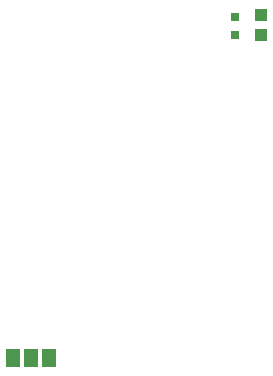
<source format=gtp>
G75*
%MOIN*%
%OFA0B0*%
%FSLAX25Y25*%
%IPPOS*%
%LPD*%
%AMOC8*
5,1,8,0,0,1.08239X$1,22.5*
%
%ADD10R,0.03150X0.03150*%
%ADD11R,0.04331X0.03937*%
%ADD12R,0.04600X0.06300*%
D10*
X0140496Y0181481D03*
X0140496Y0187387D03*
D11*
X0148995Y0188080D03*
X0148995Y0181387D03*
D12*
X0066595Y0073933D03*
X0072595Y0073933D03*
X0078595Y0073933D03*
M02*

</source>
